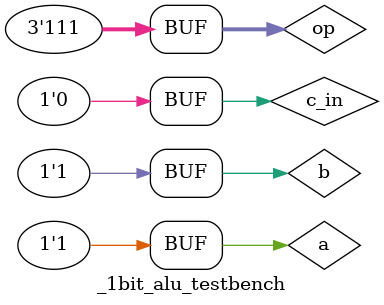
<source format=v>
`define DELAY 20
module _1bit_alu_testbench(); 

reg a, b, c_in ;

reg [2:0] op;

wire less , c_out , out;


_1bit_alu a1(out, c_out, a, b, less, c_in , op);

initial begin
a = 1'b0; b = 1'b0; c_in = 1'b0; op = 3'b000;
#`DELAY;
a = 1'b0; b = 1'b0; c_in = 1'b0; op = 3'b001; 
#`DELAY;
a = 1'b0; b = 1'b0; c_in = 1'b0; op = 3'b010; 
#`DELAY;
a = 1'b0; b = 1'b0; c_in = 1'b0; op = 3'b110; 
#`DELAY;
a = 1'b0; b = 1'b0; c_in = 1'b0; op = 3'b111; 
#`DELAY;
a = 1'b0; b = 1'b1; c_in = 1'b0; op = 3'b000; 
#`DELAY;
a = 1'b0; b = 1'b1; c_in = 1'b0; op = 3'b001; 
#`DELAY;
a = 1'b0; b = 1'b1; c_in = 1'b0; op = 3'b010; 
#`DELAY;
a = 1'b0; b = 1'b1; c_in = 1'b0; op = 3'b110; 
#`DELAY;
a = 1'b0; b = 1'b1; c_in = 1'b0; op = 3'b111; 
#`DELAY;
a = 1'b1; b = 1'b0; c_in = 1'b0; op = 3'b000; 
#`DELAY;
a = 1'b1; b = 1'b0; c_in = 1'b0; op = 3'b001; 
#`DELAY;
a = 1'b1; b = 1'b0; c_in = 1'b0; op = 3'b010; 
#`DELAY;
a = 1'b1; b = 1'b0; c_in = 1'b0; op = 3'b110; 
#`DELAY;
a = 1'b1; b = 1'b0; c_in = 1'b0; op = 3'b111; 
#`DELAY;
a = 1'b1; b = 1'b1; c_in = 1'b0; op = 3'b000; 
#`DELAY;
a = 1'b1; b = 1'b1; c_in = 1'b0; op = 3'b001; 
#`DELAY;
a = 1'b1; b = 1'b1; c_in = 1'b0; op = 3'b010; 
#`DELAY;
a = 1'b1; b = 1'b1; c_in = 1'b0; op = 3'b110; 
#`DELAY;
a = 1'b1; b = 1'b1; c_in = 1'b0; op = 3'b111; 
end
 
 
initial
begin
$monitor("time = %2d, a =%1b, b=%1b, c_in=%1b,  c_out=%1b ,  out=%1b , op=%3b", $time, a, b, c_in, c_out , out  , op);
end
 
endmodule
</source>
